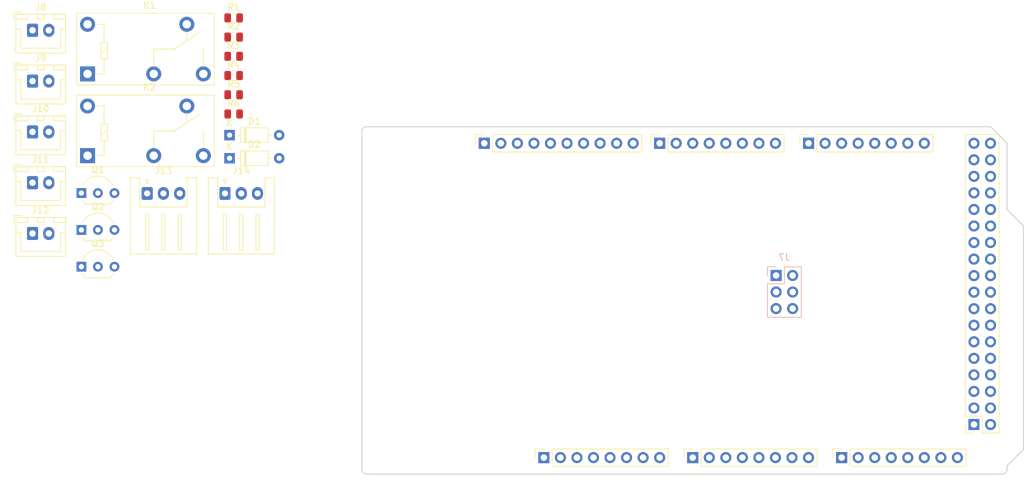
<source format=kicad_pcb>
(kicad_pcb (version 20221018) (generator pcbnew)
  (title_block (date "mar. 31 mars 2015"))
  (layers (0 "F.Cu" signal) (31 "B.Cu" signal) (34 "B.Paste" user) (35 "F.Paste" user) (36 "B.SilkS" user "B.Silkscreen") (37 "F.SilkS" user "F.Silkscreen") (38 "B.Mask" user) (39 "F.Mask" user) (44 "Edge.Cuts" user))
  (net 0 "")
  (net 1 "GND")
  (net 2 "/*52")
  (net 3 "/53")
  (net 4 "/50")
  (net 5 "/51")
  (net 6 "/48")
  (net 7 "/49")
  (net 8 "/*46")
  (net 9 "/47")
  (net 10 "/*44")
  (net 11 "/*45")
  (net 12 "/42")
  (net 13 "/43")
  (net 14 "/40")
  (net 15 "/41")
  (net 16 "/38")
  (net 17 "/39")
  (net 18 "/36")
  (net 19 "/37")
  (net 20 "/34")
  (net 21 "/35")
  (net 22 "/32")
  (net 23 "/33")
  (net 24 "/30")
  (net 25 "/31")
  (net 26 "/28")
  (net 27 "/29")
  (net 28 "/26")
  (net 29 "/27")
  (net 30 "/24")
  (net 31 "/25")
  (net 32 "/22")
  (net 33 "/23")
  (net 34 "+5V")
  (net 35 "/IOREF")
  (net 36 "/A0")
  (net 37 "/A1")
  (net 38 "/A2")
  (net 39 "/A3")
  (net 40 "/A4")
  (net 41 "/A5")
  (net 42 "/A6")
  (net 43 "/A7")
  (net 44 "/A8")
  (net 45 "/A9")
  (net 46 "/A10")
  (net 47 "/A11")
  (net 48 "/A12")
  (net 49 "/A13")
  (net 50 "/A14")
  (net 51 "/A15")
  (net 52 "/AREF")
  (net 53 "/*13")
  (net 54 "/*12")
  (net 55 "/*11")
  (net 56 "/*10")
  (net 58 "/*8")
  (net 59 "/*7")
  (net 60 "/*6")
  (net 61 "/*5")
  (net 62 "/*4")
  (net 63 "/*3")
  (net 64 "/*2")
  (net 65 "/TX0{slash}1")
  (net 66 "/RX0{slash}0")
  (net 67 "+3V3")
  (net 68 "/TX3{slash}14")
  (net 69 "/RX3{slash}15")
  (net 70 "/TX2{slash}16")
  (net 71 "/RX2{slash}17")
  (net 72 "/TX1{slash}18")
  (net 73 "/RX1{slash}19")
  (net 74 "/SDA{slash}20")
  (net 75 "/SCL{slash}21")
  (net 77 "/~{RESET}")
  (net 81 "+12V")
  (net 82 "/*9{slash}CS")
  (footprint "Connector_PinSocket_2.54mm:PinSocket_2x18_P2.54mm_Vertical" (layer "F.Cu") (at 193.98 92.38 180)
    (fp_text reference "J7" hide)
    (fp_text value "Digital")
    (pad "1" thru_hole rect locked (at 0 0 180) (size 1.7 1.7) (drill 1) (layers "*.Cu" "*.Mask") (net 1 "GND"))
    (pad "2" thru_hole oval locked (at -2.54 0 180) (size 1.7 1.7) (drill 1) (layers "*.Cu" "*.Mask") (net 1 "GND"))
    (pad "3" thru_hole oval locked (at 0 2.54 180) (size 1.7 1.7) (drill 1) (layers "*.Cu" "*.Mask") (net 2 "/*52"))
    (pad "4" thru_hole oval locked (at -2.54 2.54 180) (size 1.7 1.7) (drill 1) (layers "*.Cu" "*.Mask") (net 3 "/53"))
    (pad "5" thru_hole oval locked (at 0 5.08 180) (size 1.7 1.7) (drill 1) (layers "*.Cu" "*.Mask") (net 4 "/50"))
    (pad "6" thru_hole oval locked (at -2.54 5.08 180) (size 1.7 1.7) (drill 1) (layers "*.Cu" "*.Mask") (net 5 "/51"))
    (pad "7" thru_hole oval locked (at 0 7.62 180) (size 1.7 1.7) (drill 1) (layers "*.Cu" "*.Mask") (net 6 "/48"))
    (pad "8" thru_hole oval locked (at -2.54 7.62 180) (size 1.7 1.7) (drill 1) (layers "*.Cu" "*.Mask") (net 7 "/49"))
    (pad "9" thru_hole oval locked (at 0 10.16 180) (size 1.7 1.7) (drill 1) (layers "*.Cu" "*.Mask") (net 8 "/*46"))
    (pad "10" thru_hole oval locked (at -2.54 10.16 180) (size 1.7 1.7) (drill 1) (layers "*.Cu" "*.Mask") (net 9 "/47"))
    (pad "11" thru_hole oval locked (at 0 12.7 180) (size 1.7 1.7) (drill 1) (layers "*.Cu" "*.Mask") (net 10 "/*44"))
    (pad "12" thru_hole oval locked (at -2.54 12.7 180) (size 1.7 1.7) (drill 1) (layers "*.Cu" "*.Mask") (net 11 "/*45"))
    (pad "13" thru_hole oval locked (at 0 15.24 180) (size 1.7 1.7) (drill 1) (layers "*.Cu" "*.Mask") (net 12 "/42"))
    (pad "14" thru_hole oval locked (at -2.54 15.24 180) (size 1.7 1.7) (drill 1) (layers "*.Cu" "*.Mask") (net 13 "/43"))
    (pad "15" thru_hole oval locked (at 0 17.78 180) (size 1.7 1.7) (drill 1) (layers "*.Cu" "*.Mask") (net 14 "/40"))
    (pad "16" thru_hole oval locked (at -2.54 17.78 180) (size 1.7 1.7) (drill 1) (layers "*.Cu" "*.Mask") (net 15 "/41"))
    (pad "17" thru_hole oval locked (at 0 20.32 180) (size 1.7 1.7) (drill 1) (layers "*.Cu" "*.Mask") (net 16 "/38"))
    (pad "18" thru_hole oval locked (at -2.54 20.32 180) (size 1.7 1.7) (drill 1) (layers "*.Cu" "*.Mask") (net 17 "/39"))
    (pad "19" thru_hole oval locked (at 0 22.86 180) (size 1.7 1.7) (drill 1) (layers "*.Cu" "*.Mask") (net 18 "/36"))
    (pad "20" thru_hole oval locked (at -2.54 22.86 180) (size 1.7 1.7) (drill 1) (layers "*.Cu" "*.Mask") (net 19 "/37"))
    (pad "21" thru_hole oval locked (at 0 25.4 180) (size 1.7 1.7) (drill 1) (layers "*.Cu" "*.Mask") (net 20 "/34"))
    (pad "22" thru_hole oval locked (at -2.54 25.4 180) (size 1.7 1.7) (drill 1) (layers "*.Cu" "*.Mask") (net 21 "/35"))
    (pad "23" thru_hole oval locked (at 0 27.94 180) (size 1.7 1.7) (drill 1) (layers "*.Cu" "*.Mask") (net 22 "/32"))
    (pad "24" thru_hole oval locked (at -2.54 27.94 180) (size 1.7 1.7) (drill 1) (layers "*.Cu" "*.Mask") (net 23 "/33"))
    (pad "25" thru_hole oval locked (at 0 30.48 180) (size 1.7 1.7) (drill 1) (layers "*.Cu" "*.Mask") (net 24 "/30"))
    (pad "26" thru_hole oval locked (at -2.54 30.48 180) (size 1.7 1.7) (drill 1) (layers "*.Cu" "*.Mask") (net 25 "/31"))
    (pad "27" thru_hole oval locked (at 0 33.02 180) (size 1.7 1.7) (drill 1) (layers "*.Cu" "*.Mask") (net 26 "/28"))
    (pad "28" thru_hole oval locked (at -2.54 33.02 180) (size 1.7 1.7) (drill 1) (layers "*.Cu" "*.Mask") (net 27 "/29"))
    (pad "29" thru_hole oval locked (at 0 35.56 180) (size 1.7 1.7) (drill 1) (layers "*.Cu" "*.Mask") (net 28 "/26"))
    (pad "30" thru_hole oval locked (at -2.54 35.56 180) (size 1.7 1.7) (drill 1) (layers "*.Cu" "*.Mask") (net 29 "/27"))
    (pad "31" thru_hole oval locked (at 0 38.1 180) (size 1.7 1.7) (drill 1) (layers "*.Cu" "*.Mask") (net 30 "/24"))
    (pad "32" thru_hole oval locked (at -2.54 38.1 180) (size 1.7 1.7) (drill 1) (layers "*.Cu" "*.Mask") (net 31 "/25"))
    (pad "33" thru_hole oval locked (at 0 40.64 180) (size 1.7 1.7) (drill 1) (layers "*.Cu" "*.Mask") (net 32 "/22"))
    (pad "34" thru_hole oval locked (at -2.54 40.64 180) (size 1.7 1.7) (drill 1) (layers "*.Cu" "*.Mask") (net 33 "/23"))
    (pad "35" thru_hole oval locked (at 0 43.18 180) (size 1.7 1.7) (drill 1) (layers "*.Cu" "*.Mask") (net 34 "+5V"))
    (pad "36" thru_hole oval locked (at -2.54 43.18 180) (size 1.7 1.7) (drill 1) (layers "*.Cu" "*.Mask") (net 34 "+5V"))
  )
  (footprint "Connector_PinSocket_2.54mm:PinSocket_1x08_P2.54mm_Vertical" (layer "F.Cu") (at 127.94 97.46 90)
    (fp_text reference "J1" hide)
    (fp_text value "Power")
    (pad "1" thru_hole rect locked (at 0 0 90) (size 1.7 1.7) (drill 1) (layers "*.Cu" "*.Mask"))
    (pad "2" thru_hole oval locked (at 0 2.54 90) (size 1.7 1.7) (drill 1) (layers "*.Cu" "*.Mask") (net 35 "/IOREF"))
    (pad "3" thru_hole oval locked (at 0 5.08 90) (size 1.7 1.7) (drill 1) (layers "*.Cu" "*.Mask") (net 77 "/~{RESET}"))
    (pad "4" thru_hole oval locked (at 0 7.62 90) (size 1.7 1.7) (drill 1) (layers "*.Cu" "*.Mask") (net 67 "+3V3"))
    (pad "5" thru_hole oval locked (at 0 10.16 90) (size 1.7 1.7) (drill 1) (layers "*.Cu" "*.Mask") (net 34 "+5V"))
    (pad "6" thru_hole oval locked (at 0 12.7 90) (size 1.7 1.7) (drill 1) (layers "*.Cu" "*.Mask") (net 1 "GND"))
    (pad "7" thru_hole oval locked (at 0 15.24 90) (size 1.7 1.7) (drill 1) (layers "*.Cu" "*.Mask") (net 1 "GND"))
    (pad "8" thru_hole oval locked (at 0 17.78 90) (size 1.7 1.7) (drill 1) (layers "*.Cu" "*.Mask") (net 81 "+12V"))
  )
  (footprint "Connector_PinSocket_2.54mm:PinSocket_1x08_P2.54mm_Vertical" (layer "F.Cu") (at 150.8 97.46 90)
    (fp_text reference "J3" hide)
    (fp_text value "Analog")
    (pad "1" thru_hole rect locked (at 0 0 90) (size 1.7 1.7) (drill 1) (layers "*.Cu" "*.Mask") (net 36 "/A0"))
    (pad "2" thru_hole oval locked (at 0 2.54 90) (size 1.7 1.7) (drill 1) (layers "*.Cu" "*.Mask") (net 37 "/A1"))
    (pad "3" thru_hole oval locked (at 0 5.08 90) (size 1.7 1.7) (drill 1) (layers "*.Cu" "*.Mask") (net 38 "/A2"))
    (pad "4" thru_hole oval locked (at 0 7.62 90) (size 1.7 1.7) (drill 1) (layers "*.Cu" "*.Mask") (net 39 "/A3"))
    (pad "5" thru_hole oval locked (at 0 10.16 90) (size 1.7 1.7) (drill 1) (layers "*.Cu" "*.Mask") (net 40 "/A4"))
    (pad "6" thru_hole oval locked (at 0 12.7 90) (size 1.7 1.7) (drill 1) (layers "*.Cu" "*.Mask") (net 41 "/A5"))
    (pad "7" thru_hole oval locked (at 0 15.24 90) (size 1.7 1.7) (drill 1) (layers "*.Cu" "*.Mask") (net 42 "/A6"))
    (pad "8" thru_hole oval locked (at 0 17.78 90) (size 1.7 1.7) (drill 1) (layers "*.Cu" "*.Mask") (net 43 "/A7"))
  )
  (footprint "Connector_PinSocket_2.54mm:PinSocket_1x08_P2.54mm_Vertical" (layer "F.Cu") (at 173.66 97.46 90)
    (fp_text reference "J5" hide)
    (fp_text value "Analog")
    (pad "1" thru_hole rect locked (at 0 0 90) (size 1.7 1.7) (drill 1) (layers "*.Cu" "*.Mask") (net 44 "/A8"))
    (pad "2" thru_hole oval locked (at 0 2.54 90) (size 1.7 1.7) (drill 1) (layers "*.Cu" "*.Mask") (net 45 "/A9"))
    (pad "3" thru_hole oval locked (at 0 5.08 90) (size 1.7 1.7) (drill 1) (layers "*.Cu" "*.Mask") (net 46 "/A10"))
    (pad "4" thru_hole oval locked (at 0 7.62 90) (size 1.7 1.7) (drill 1) (layers "*.Cu" "*.Mask") (net 47 "/A11"))
    (pad "5" thru_hole oval locked (at 0 10.16 90) (size 1.7 1.7) (drill 1) (layers "*.Cu" "*.Mask") (net 48 "/A12"))
    (pad "6" thru_hole oval locked (at 0 12.7 90) (size 1.7 1.7) (drill 1) (layers "*.Cu" "*.Mask") (net 49 "/A13"))
    (pad "7" thru_hole oval locked (at 0 15.24 90) (size 1.7 1.7) (drill 1) (layers "*.Cu" "*.Mask") (net 50 "/A14"))
    (pad "8" thru_hole oval locked (at 0 17.78 90) (size 1.7 1.7) (drill 1) (layers "*.Cu" "*.Mask") (net 51 "/A15"))
  )
  (footprint "Connector_PinSocket_2.54mm:PinSocket_1x10_P2.54mm_Vertical" (layer "F.Cu") (at 118.796 49.2 90)
    (fp_text reference "J2" hide)
    (fp_text value "PWM")
    (pad "1" thru_hole rect locked (at 0 0 90) (size 1.7 1.7) (drill 1) (layers "*.Cu" "*.Mask") (net 75 "/SCL{slash}21"))
    (pad "2" thru_hole oval locked (at 0 2.54 90) (size 1.7 1.7) (drill 1) (layers "*.Cu" "*.Mask") (net 74 "/SDA{slash}20"))
    (pad "3" thru_hole oval locked (at 0 5.08 90) (size 1.7 1.7) (drill 1) (layers "*.Cu" "*.Mask") (net 52 "/AREF"))
    (pad "4" thru_hole oval locked (at 0 7.62 90) (size 1.7 1.7) (drill 1) (layers "*.Cu" "*.Mask") (net 1 "GND"))
    (pad "5" thru_hole oval locked (at 0 10.16 90) (size 1.7 1.7) (drill 1) (layers "*.Cu" "*.Mask") (net 53 "/*13"))
    (pad "6" thru_hole oval locked (at 0 12.7 90) (size 1.7 1.7) (drill 1) (layers "*.Cu" "*.Mask") (net 54 "/*12"))
    (pad "7" thru_hole oval locked (at 0 15.24 90) (size 1.7 1.7) (drill 1) (layers "*.Cu" "*.Mask") (net 55 "/*11"))
    (pad "8" thru_hole oval locked (at 0 17.78 90) (size 1.7 1.7) (drill 1) (layers "*.Cu" "*.Mask") (net 56 "/*10"))
    (pad "9" thru_hole oval locked (at 0 20.32 90) (size 1.7 1.7) (drill 1) (layers "*.Cu" "*.Mask") (net 82 "/*9{slash}CS"))
    (pad "10" thru_hole oval locked (at 0 22.86 90) (size 1.7 1.7) (drill 1) (layers "*.Cu" "*.Mask") (net 58 "/*8"))
  )
  (footprint "Connector_PinSocket_2.54mm:PinSocket_1x08_P2.54mm_Vertical" (layer "F.Cu") (at 145.72 49.2 90)
    (fp_text reference "J4" hide)
    (fp_text value "PWM")
    (pad "1" thru_hole rect locked (at 0 0 90) (size 1.7 1.7) (drill 1) (layers "*.Cu" "*.Mask") (net 59 "/*7"))
    (pad "2" thru_hole oval locked (at 0 2.54 90) (size 1.7 1.7) (drill 1) (layers "*.Cu" "*.Mask") (net 60 "/*6"))
    (pad "3" thru_hole oval locked (at 0 5.08 90) (size 1.7 1.7) (drill 1) (layers "*.Cu" "*.Mask") (net 61 "/*5"))
    (pad "4" thru_hole oval locked (at 0 7.62 90) (size 1.7 1.7) (drill 1) (layers "*.Cu" "*.Mask") (net 62 "/*4"))
    (pad "5" thru_hole oval locked (at 0 10.16 90) (size 1.7 1.7) (drill 1) (layers "*.Cu" "*.Mask") (net 63 "/*3"))
    (pad "6" thru_hole oval locked (at 0 12.7 90) (size 1.7 1.7) (drill 1) (layers "*.Cu" "*.Mask") (net 64 "/*2"))
    (pad "7" thru_hole oval locked (at 0 15.24 90) (size 1.7 1.7) (drill 1) (layers "*.Cu" "*.Mask") (net 65 "/TX0{slash}1"))
    (pad "8" thru_hole oval locked (at 0 17.78 90) (size 1.7 1.7) (drill 1) (layers "*.Cu" "*.Mask") (net 66 "/RX0{slash}0"))
  )
  (footprint "Connector_PinSocket_2.54mm:PinSocket_1x08_P2.54mm_Vertical" (layer "F.Cu") (at 168.58 49.2 90)
    (fp_text reference "J6" hide)
    (fp_text value "Communication")
    (pad "1" thru_hole rect locked (at 0 0 90) (size 1.7 1.7) (drill 1) (layers "*.Cu" "*.Mask") (net 68 "/TX3{slash}14"))
    (pad "2" thru_hole oval locked (at 0 2.54 90) (size 1.7 1.7) (drill 1) (layers "*.Cu" "*.Mask") (net 69 "/RX3{slash}15"))
    (pad "3" thru_hole oval locked (at 0 5.08 90) (size 1.7 1.7) (drill 1) (layers "*.Cu" "*.Mask") (net 70 "/TX2{slash}16"))
    (pad "4" thru_hole oval locked (at 0 7.62 90) (size 1.7 1.7) (drill 1) (layers "*.Cu" "*.Mask") (net 71 "/RX2{slash}17"))
    (pad "5" thru_hole oval locked (at 0 10.16 90) (size 1.7 1.7) (drill 1) (layers "*.Cu" "*.Mask") (net 72 "/TX1{slash}18"))
    (pad "6" thru_hole oval locked (at 0 12.7 90) (size 1.7 1.7) (drill 1) (layers "*.Cu" "*.Mask") (net 73 "/RX1{slash}19"))
    (pad "7" thru_hole oval locked (at 0 15.24 90) (size 1.7 1.7) (drill 1) (layers "*.Cu" "*.Mask") (net 74 "/SDA{slash}20"))
    (pad "8" thru_hole oval locked (at 0 17.78 90) (size 1.7 1.7) (drill 1) (layers "*.Cu" "*.Mask") (net 75 "/SCL{slash}21"))
  )
  (footprint "Connector_JST:JST_XH_B2B-XH-A_1x02_P2.50mm_Vertical" (layer "F.Cu") (at 49.43 63.05)
    (fp_text reference "J12" (at 1.25 -3.55) (layer "F.SilkS"))
    (fp_text value "Conn_01x02_Pin")
    (pad "1" thru_hole roundrect (at 0 0) (size 1.7 2) (drill 1) (layers "*.Cu" "*.Mask") (roundrect_rratio 0.147059))
    (pad "2" thru_hole oval (at 2.5 0) (size 1.7 2) (drill 1) (layers "*.Cu" "*.Mask"))
  )
  (footprint "Connector_JST:JST_XH_B2B-XH-A_1x02_P2.50mm_Vertical" (layer "F.Cu") (at 49.43 47.45)
    (fp_text reference "J10" (at 1.25 -3.55) (layer "F.SilkS"))
    (fp_text value "Conn_01x02_Pin")
    (pad "1" thru_hole roundrect (at 0 0) (size 1.7 2) (drill 1) (layers "*.Cu" "*.Mask") (roundrect_rratio 0.147059))
    (pad "2" thru_hole oval (at 2.5 0) (size 1.7 2) (drill 1) (layers "*.Cu" "*.Mask"))
  )
  (footprint "Resistor_SMD:R_0805_2012Metric" (layer "F.Cu") (at 80.31 35.85)
    (fp_text reference "R3" (at 0 -1.65) (layer "F.SilkS"))
    (fp_text value "10k")
    (pad "1" smd roundrect (at -0.9125 0) (size 1.025 1.4) (layers "F.Cu" "F.Paste" "F.Mask") (roundrect_rratio 0.243902))
    (pad "2" smd roundrect (at 0.9125 0) (size 1.025 1.4) (layers "F.Cu" "F.Paste" "F.Mask") (roundrect_rratio 0.243902))
  )
  (footprint "Connector_JST:JST_XH_B2B-XH-A_1x02_P2.50mm_Vertical" (layer "F.Cu") (at 49.43 31.85)
    (fp_text reference "J8" (at 1.25 -3.55) (layer "F.SilkS"))
    (fp_text value "Conn_01x02_Pin")
    (pad "1" thru_hole roundrect (at 0 0) (size 1.7 2) (drill 1) (layers "*.Cu" "*.Mask") (roundrect_rratio 0.147059) (net 81 "+12V"))
    (pad "2" thru_hole oval (at 2.5 0) (size 1.7 2) (drill 1) (layers "*.Cu" "*.Mask") (net 1 "GND"))
  )
  (footprint "Arduino_MountingHole:MountingHole_3.2mm" (layer "F.Cu") (at 196.52 97.46)
    (fp_text reference "MH6" hide)
    (fp_text value "MountingHole_3.2mm" hide)
    (pad "" np_thru_hole circle locked (at 0 0) (size 3.2 3.2) (drill 3.2) (layers "*.Cu" "*.Mask"))
  )
  (footprint "Diode_THT:D_DO-35_SOD27_P7.62mm_Horizontal" (layer "F.Cu") (at 79.68 47.95)
    (fp_text reference "D1" (at 3.81 -2.12) (layer "F.SilkS"))
    (fp_text value "1S953")
    (fp_text user "K" (at 0 -1.8) (layer "F.SilkS"))
    (pad "1" thru_hole rect (at 0 0) (size 1.6 1.6) (drill 0.8) (layers "*.Cu" "*.Mask"))
    (pad "2" thru_hole oval (at 7.62 0) (size 1.6 1.6) (drill 0.8) (layers "*.Cu" "*.Mask"))
  )
  (footprint "Connector_JST:JST_XH_B2B-XH-A_1x02_P2.50mm_Vertical" (layer "F.Cu") (at 49.43 55.25)
    (fp_text reference "J11" (at 1.25 -3.55) (layer "F.SilkS"))
    (fp_text value "Conn_01x02_Pin")
    (pad "1" thru_hole roundrect (at 0 0) (size 1.7 2) (drill 1) (layers "*.Cu" "*.Mask") (roundrect_rratio 0.147059))
    (pad "2" thru_hole oval (at 2.5 0) (size 1.7 2) (drill 1) (layers "*.Cu" "*.Mask"))
  )
  (footprint "Resistor_SMD:R_0805_2012Metric" (layer "F.Cu") (at 80.31 32.9)
    (fp_text reference "R2" (at 0 -1.65) (layer "F.SilkS"))
    (fp_text value "10k")
    (pad "1" smd roundrect (at -0.9125 0) (size 1.025 1.4) (layers "F.Cu" "F.Paste" "F.Mask") (roundrect_rratio 0.243902))
    (pad "2" smd roundrect (at 0.9125 0) (size 1.025 1.4) (layers "F.Cu" "F.Paste" "F.Mask") (roundrect_rratio 0.243902))
  )
  (footprint "Connector_JST:JST_XH_S3B-XH-A_1x03_P2.50mm_Horizontal" (layer "F.Cu") (at 67.03 56.9)
    (fp_text reference "J13" (at 2.5 -3.5) (layer "F.SilkS"))
    (fp_text value "Conn_01x03_Pin")
    (pad "1" thru_hole roundrect (at 0 0) (size 1.7 1.95) (drill 0.95) (layers "*.Cu" "*.Mask") (roundrect_rratio 0.147059))
    (pad "2" thru_hole oval (at 2.5 0) (size 1.7 1.95) (drill 0.95) (layers "*.Cu" "*.Mask"))
    (pad "3" thru_hole oval (at 5 0) (size 1.7 1.95) (drill 0.95) (layers "*.Cu" "*.Mask"))
  )
  (footprint "Resistor_SMD:R_0805_2012Metric" (layer "F.Cu") (at 80.31 38.8)
    (fp_text reference "R4" (at 0 -1.65) (layer "F.SilkS"))
    (fp_text value "10k")
    (pad "1" smd roundrect (at -0.9125 0) (size 1.025 1.4) (layers "F.Cu" "F.Paste" "F.Mask") (roundrect_rratio 0.243902))
    (pad "2" smd roundrect (at 0.9125 0) (size 1.025 1.4) (layers "F.Cu" "F.Paste" "F.Mask") (roundrect_rratio 0.243902))
  )
  (footprint "Resistor_SMD:R_0805_2012Metric" (layer "F.Cu") (at 80.31 29.95)
    (fp_text reference "R1" (at 0 -1.65) (layer "F.SilkS"))
    (fp_text value "10k")
    (pad "1" smd roundrect (at -0.9125 0) (size 1.025 1.4) (layers "F.Cu" "F.Paste" "F.Mask") (roundrect_rratio 0.243902))
    (pad "2" smd roundrect (at 0.9125 0) (size 1.025 1.4) (layers "F.Cu" "F.Paste" "F.Mask") (roundrect_rratio 0.243902))
  )
  (footprint "Package_TO_SOT_THT:TO-92L_Inline_Wide" (layer "F.Cu") (at 56.93 68.15)
    (fp_text reference "Q3" (at 2.54 -3.56) (layer "F.SilkS"))
    (fp_text value "2SC1815")
    (pad "1" thru_hole rect (at 0 0) (size 1.5 1.5) (drill 0.8) (layers "*.Cu" "*.Mask"))
    (pad "2" thru_hole circle (at 2.54 0) (size 1.5 1.5) (drill 0.8) (layers "*.Cu" "*.Mask"))
    (pad "3" thru_hole circle (at 5.08 0) (size 1.5 1.5) (drill 0.8) (layers "*.Cu" "*.Mask"))
  )
  (footprint "Relay_THT:Relay_SPDT_Omron-G5Q-1" (layer "F.Cu") (at 57.88 38.55)
    (fp_text reference "K1" (at 9.5 -10.5 180) (layer "F.SilkS"))
    (fp_text value "G5Q-1")
    (pad "1" thru_hole rect (at 0 0 180) (size 2.3 2.3) (drill 1.3) (layers "*.Cu" "*.Mask"))
    (pad "2" thru_hole circle (at 10.16 0 180) (size 2.3 2.3) (drill 1.3) (layers "*.Cu" "*.Mask"))
    (pad "3" thru_hole circle (at 17.78 0 180) (size 2.3 2.3) (drill 1.3) (layers "*.Cu" "*.Mask"))
    (pad "4" thru_hole circle (at 15.24 -7.62 180) (size 2.3 2.3) (drill 1.3) (layers "*.Cu" "*.Mask"))
    (pad "5" thru_hole circle (at 0 -7.62 180) (size 2.3 2.3) (drill 1.3) (layers "*.Cu" "*.Mask"))
  )
  (footprint "Arduino_MountingHole:MountingHole_3.2mm" (layer "F.Cu") (at 115.24 49.2)
    (fp_text reference "MH1" hide)
    (fp_text value "MountingHole_3.2mm" hide)
    (pad "" np_thru_hole circle locked (at 0 0) (size 3.2 3.2) (drill 3.2) (layers "*.Cu" "*.Mask"))
  )
  (footprint "Connector_JST:JST_XH_S3B-XH-A_1x03_P2.50mm_Horizontal" (layer "F.Cu") (at 78.98 56.9)
    (fp_text reference "J14" (at 2.5 -3.5) (layer "F.SilkS"))
    (fp_text value "Conn_01x03_Pin")
    (pad "1" thru_hole roundrect (at 0 0) (size 1.7 1.95) (drill 0.95) (layers "*.Cu" "*.Mask") (roundrect_rratio 0.147059))
    (pad "2" thru_hole oval (at 2.5 0) (size 1.7 1.95) (drill 0.95) (layers "*.Cu" "*.Mask"))
    (pad "3" thru_hole oval (at 5 0) (size 1.7 1.95) (drill 0.95) (layers "*.Cu" "*.Mask"))
  )
  (footprint "Diode_THT:D_DO-35_SOD27_P7.62mm_Horizontal" (layer "F.Cu") (at 79.68 51.5)
    (fp_text reference "D2" (at 3.81 -2.12) (layer "F.SilkS"))
    (fp_text value "1S953")
    (fp_text user "K" (at 0 -1.8) (layer "F.SilkS"))
    (pad "1" thru_hole rect (at 0 0) (size 1.6 1.6) (drill 0.8) (layers "*.Cu" "*.Mask"))
    (pad "2" thru_hole oval (at 7.62 0) (size 1.6 1.6) (drill 0.8) (layers "*.Cu" "*.Mask"))
  )
  (footprint "Resistor_SMD:R_0805_2012Metric" (layer "F.Cu") (at 80.31 44.7)
    (fp_text reference "R6" (at 0 -1.65) (layer "F.SilkS"))
    (fp_text value "10k")
    (pad "1" smd roundrect (at -0.9125 0) (size 1.025 1.4) (layers "F.Cu" "F.Paste" "F.Mask") (roundrect_rratio 0.243902))
    (pad "2" smd roundrect (at 0.9125 0) (size 1.025 1.4) (layers "F.Cu" "F.Paste" "F.Mask") (roundrect_rratio 0.243902))
  )
  (footprint "Resistor_SMD:R_0805_2012Metric" (layer "F.Cu") (at 80.31 41.75)
    (fp_text reference "R5" (at 0 -1.65) (layer "F.SilkS"))
    (fp_text value "10k")
    (pad "1" smd roundrect (at -0.9125 0) (size 1.025 1.4) (layers "F.Cu" "F.Paste" "F.Mask") (roundrect_rratio 0.243902))
    (pad "2" smd roundrect (at 0.9125 0) (size 1.025 1.4) (layers "F.Cu" "F.Paste" "F.Mask") (roundrect_rratio 0.243902))
  )
  (footprint "Connector_JST:JST_XH_B2B-XH-A_1x02_P2.50mm_Vertical" (layer "F.Cu") (at 49.43 39.65)
    (fp_text reference "J9" (at 1.25 -3.55) (layer "F.SilkS"))
    (fp_text value "Conn_01x02_Pin")
    (pad "1" thru_hole roundrect (at 0 0) (size 1.7 2) (drill 1) (layers "*.Cu" "*.Mask") (roundrect_rratio 0.147059) (net 74 "/SDA{slash}20"))
    (pad "2" thru_hole oval (at 2.5 0) (size 1.7 2) (drill 1) (layers "*.Cu" "*.Mask") (net 75 "/SCL{slash}21"))
  )
  (footprint "Relay_THT:Relay_SPDT_Omron-G5Q-1" (layer "F.Cu") (at 57.88 51.1)
    (fp_text reference "K2" (at 9.5 -10.5 180) (layer "F.SilkS"))
    (fp_text value "G5Q-1")
    (pad "1" thru_hole rect (at 0 0 180) (size 2.3 2.3) (drill 1.3) (layers "*.Cu" "*.Mask"))
    (pad "2" thru_hole circle (at 10.16 0 180) (size 2.3 2.3) (drill 1.3) (layers "*.Cu" "*.Mask"))
    (pad "3" thru_hole circle (at 17.78 0 180) (size 2.3 2.3) (drill 1.3) (layers "*.Cu" "*.Mask"))
    (pad "4" thru_hole circle (at 15.24 -7.62 180) (size 2.3 2.3) (drill 1.3) (layers "*.Cu" "*.Mask"))
    (pad "5" thru_hole circle (at 0 -7.62 180) (size 2.3 2.3) (drill 1.3) (layers "*.Cu" "*.Mask"))
  )
  (footprint "Package_TO_SOT_THT:TO-92L_Inline_Wide" (layer "F.Cu") (at 56.93 62.5)
    (fp_text reference "Q2" (at 2.54 -3.56) (layer "F.SilkS"))
    (fp_text value "2SC1815")
    (pad "1" thru_hole rect (at 0 0) (size 1.5 1.5) (drill 0.8) (layers "*.Cu" "*.Mask"))
    (pad "2" thru_hole circle (at 2.54 0) (size 1.5 1.5) (drill 0.8) (layers "*.Cu" "*.Mask"))
    (pad "3" thru_hole circle (at 5.08 0) (size 1.5 1.5) (drill 0.8) (layers "*.Cu" "*.Mask"))
  )
  (footprint "Arduino_MountingHole:MountingHole_3.2mm" (layer "F.Cu") (at 113.97 97.46)
    (fp_text reference "MH2" hide)
    (fp_text value "MountingHole_3.2mm" hide)
    (pad "" np_thru_hole circle locked (at 0 0) (size 3.2 3.2) (drill 3.2) (layers "*.Cu" "*.Mask"))
  )
  (footprint "Arduino_MountingHole:MountingHole_3.2mm" (layer "F.Cu") (at 166.04 64.44)
    (fp_text reference "MH3" hide)
    (fp_text value "MountingHole_3.2mm" hide)
    (pad "" np_thru_hole circle locked (at 0 0) (size 3.2 3.2) (drill 3.2) (layers "*.Cu" "*.Mask"))
  )
  (footprint "Arduino_MountingHole:MountingHole_3.2mm" (layer "F.Cu") (at 166.04 92.38)
    (fp_text reference "MH4" hide)
    (fp_text value "MountingHole_3.2mm" hide)
    (pad "" np_thru_hole circle locked (at 0 0) (size 3.2 3.2) (drill 3.2) (layers "*.Cu" "*.Mask"))
  )
  (footprint "Arduino_MountingHole:MountingHole_3.2mm" (layer "F.Cu") (at 190.17 49.2)
    (fp_text reference "MH5" hide)
    (fp_text value "MountingHole_3.2mm" hide)
    (pad "" np_thru_hole circle locked (at 0 0) (size 3.2 3.2) (drill 3.2) (layers "*.Cu" "*.Mask"))
  )
  (footprint "Package_TO_SOT_THT:TO-92L_Inline_Wide" (layer "F.Cu") (at 56.93 56.85)
    (fp_text reference "Q1" (at 2.54 -3.56) (layer "F.SilkS"))
    (fp_text value "2SC1815")
    (pad "1" thru_hole rect (at 0 0) (size 1.5 1.5) (drill 0.8) (layers "*.Cu" "*.Mask"))
    (pad "2" thru_hole circle (at 2.54 0) (size 1.5 1.5) (drill 0.8) (layers "*.Cu" "*.Mask"))
    (pad "3" thru_hole circle (at 5.08 0) (size 1.5 1.5) (drill 0.8) (layers "*.Cu" "*.Mask"))
  )
  (footprint "Connector_PinSocket_2.54mm:PinSocket_2x03_P2.54mm_Vertical" (layer "B.Cu") (at 163.6 69.5 180)
    (fp_text reference "J7" (at -1.27 2.77) (layer "B.SilkS") (effects (justify mirror)))
    (fp_text value "Conn_02x03_Odd_Even")
    (pad "1" thru_hole rect (at 0 0 180) (size 1.7 1.7) (drill 1) (layers "*.Cu" "*.Mask"))
    (pad "2" thru_hole oval (at -2.54 0 180) (size 1.7 1.7) (drill 1) (layers "*.Cu" "*.Mask"))
    (pad "3" thru_hole oval (at 0 -2.54 180) (size 1.7 1.7) (drill 1) (layers "*.Cu" "*.Mask"))
    (pad "4" thru_hole oval (at -2.54 -2.54 180) (size 1.7 1.7) (drill 1) (layers "*.Cu" "*.Mask"))
    (pad "5" thru_hole oval (at 0 -5.08 180) (size 1.7 1.7) (drill 1) (layers "*.Cu" "*.Mask"))
    (pad "6" thru_hole oval (at -2.54 -5.08 180) (size 1.7 1.7) (drill 1) (layers "*.Cu" "*.Mask"))
  )
  (gr_line (start 199.06 59.36) (end 201.6 61.9) (stroke (width 0.15)) (layer "Edge.Cuts"))
  (gr_line (start 100 99.238) (end 100 47.422) (stroke (width 0.15)) (layer "Edge.Cuts"))
  (gr_line (start 201.6 61.9) (end 201.6 96.19) (stroke (width 0.15)) (layer "Edge.Cuts"))
  (gr_line (start 198.298 100) (end 100.762 100) (stroke (width 0.15)) (layer "Edge.Cuts"))
  (gr_line (start 100.762 46.66) (end 196.52 46.66) (stroke (width 0.15)) (layer "Edge.Cuts"))
  (gr_arc (start 100.762 100) (mid 100.223185 99.776815) (end 100 99.238) (stroke (width 0.15)) (layer "Edge.Cuts"))
  (gr_line (start 201.6 96.19) (end 199.06 98.73) (stroke (width 0.15)) (layer "Edge.Cuts"))
  (gr_line (start 196.52 46.66) (end 199.06 49.2) (stroke (width 0.15)) (layer "Edge.Cuts"))
  (gr_arc (start 199.06 99.238) (mid 198.836815 99.776815) (end 198.298 100) (stroke (width 0.15)) (layer "Edge.Cuts"))
  (gr_line (start 199.06 49.2) (end 199.06 59.36) (stroke (width 0.15)) (layer "Edge.Cuts"))
  (gr_line (start 199.06 98.73) (end 199.06 99.238) (stroke (width 0.15)) (layer "Edge.Cuts"))
  (gr_arc (start 100 47.422) (mid 100.223185 46.883185) (end 100.762 46.66) (stroke (width 0.15)) (layer "Edge.Cuts"))
)
</source>
